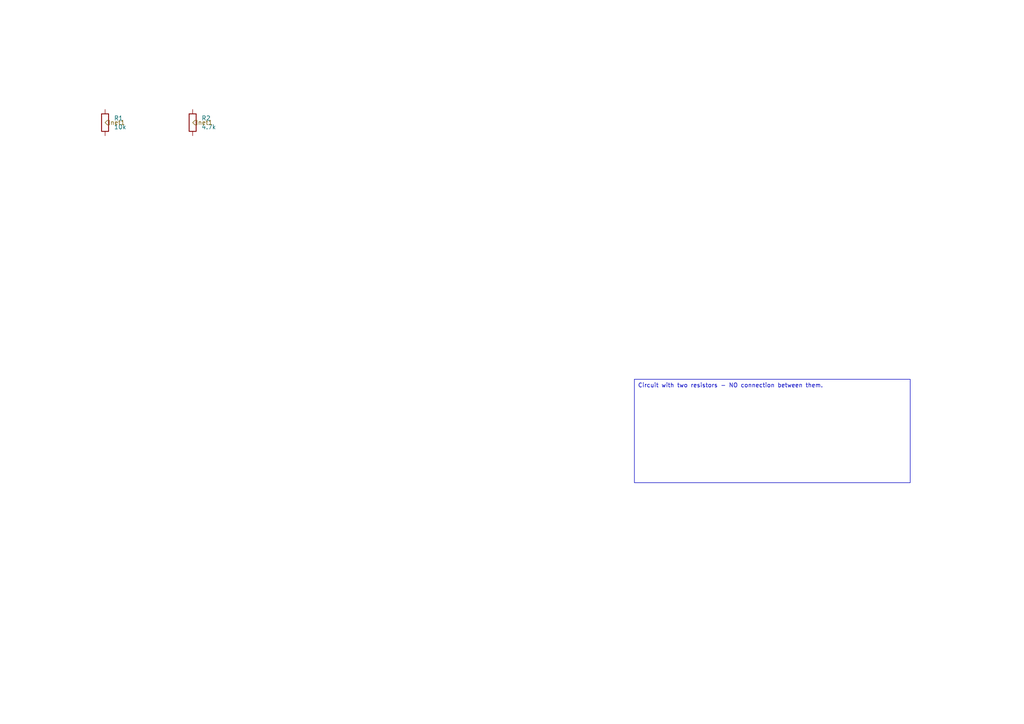
<source format=kicad_sch>
(kicad_sch (version 20250114) (generator "circuit_synth") (generator_version "0.8.36")
  (paper "A4")
  (lib_symbols
    (symbol "Device:R" (pin_numbers (hide yes)) (pin_names (offset 0))
      (property "Reference" "R" (at 2.032 0 90))
      (property "Value" "R" (at 0 0 90))
      (symbol "R_0_1"
        (rectangle (start -1.016 -2.54) (end 1.016 2.54) (stroke (width 0.254)))
      )
      (symbol "R_1_1"
        (pin passive line (at 0 3.81 270) (length 1.27) (name "~") (number "1"))
        (pin passive line (at 0 -3.81 90) (length 1.27) (name "~") (number "2"))
      )
    )
  )
  (symbol (lib_id "Device:R") (at 30.48 35.56 0) (unit 1)
    (property "Reference" "R1" (at 33.02 34.2899 0) (effects (justify left)))
    (property "Value" "10k" (at 33.02 36.8299 0) (effects (justify left)))
    (property "Footprint" "Resistor_SMD:R_0603_1608Metric" (effects (hide yes)))
    (property "hierarchy_path" "/d558df75-3fa0-487f-992e-3a8e062ea928" (effects (hide yes)))
    (property "project_name" "two_resistors" (effects (hide yes)))
    (property "root_uuid" "d558df75-3fa0-487f-992e-3a8e062ea928" (effects (hide yes)))
  )
  (symbol (lib_id "Device:R") (at 55.88 35.56 0) (unit 1)
    (property "Reference" "R2" (at 58.42 34.2899 0) (effects (justify left)))
    (property "Value" "4.7k" (at 58.42 36.8299 0) (effects (justify left)))
    (property "Footprint" "Resistor_SMD:R_0603_1608Metric" (effects (hide yes)))
    (property "hierarchy_path" "/d558df75-3fa0-487f-992e-3a8e062ea928" (effects (hide yes)))
    (property "project_name" "two_resistors" (effects (hide yes)))
    (property "root_uuid" "d558df75-3fa0-487f-992e-3a8e062ea928" (effects (hide yes)))
  )
  (hierarchical_label "net1" (shape input) (at 30.48 35.56 0.0000))
  (hierarchical_label "net1" (shape input) (at 55.88 35.56 0.0000))
  (text_box "Circuit with two resistors - NO connection between them." (at 184 110 0.0000) (size 80 30) (margins 1 1 1 1) (stroke (width 0.0000)) (effects (font (size 1.2 1.2)) (justify left top)))
)
</source>
